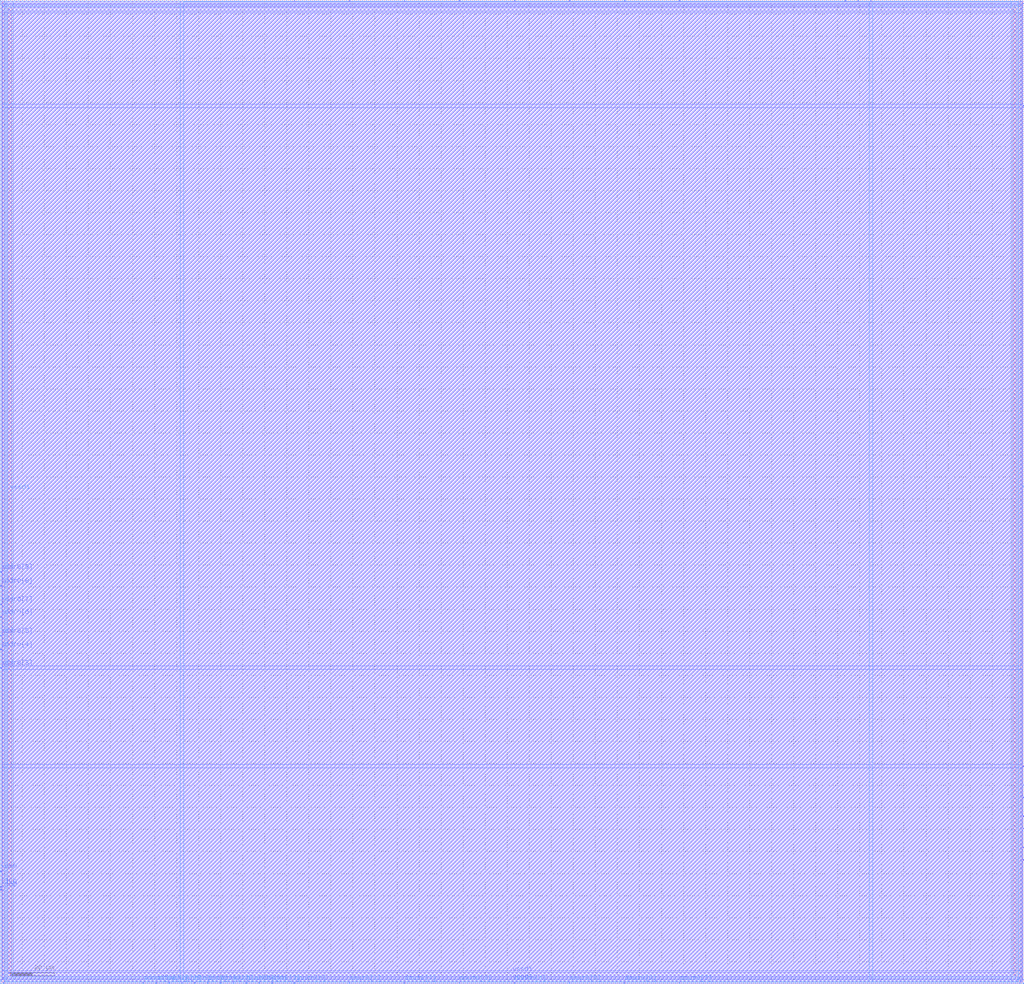
<source format=lef>
VERSION 5.4 ;
NAMESCASESENSITIVE ON ;
BUSBITCHARS "[]" ;
DIVIDERCHAR "/" ;
UNITS
  DATABASE MICRONS 2000 ;
END UNITS
MACRO sky130_16x2
   CLASS BLOCK ;
   SIZE 464.48 BY 446.65 ;
   SYMMETRY X Y R90 ;
   PIN din0[0]
      DIRECTION INPUT ;
      PORT
         LAYER met4 ;
         RECT  82.28 0.0 82.66 0.38 ;
      END
   END din0[0]
   PIN din0[1]
      DIRECTION INPUT ;
      PORT
         LAYER met4 ;
         RECT  88.12 0.0 88.5 0.38 ;
      END
   END din0[1]
   PIN din0[2]
      DIRECTION INPUT ;
      PORT
         LAYER met4 ;
         RECT  93.96 0.0 94.34 0.38 ;
      END
   END din0[2]
   PIN din0[3]
      DIRECTION INPUT ;
      PORT
         LAYER met4 ;
         RECT  99.8 0.0 100.18 0.38 ;
      END
   END din0[3]
   PIN din0[4]
      DIRECTION INPUT ;
      PORT
         LAYER met4 ;
         RECT  105.64 0.0 106.02 0.38 ;
      END
   END din0[4]
   PIN din0[5]
      DIRECTION INPUT ;
      PORT
         LAYER met4 ;
         RECT  111.48 0.0 111.86 0.38 ;
      END
   END din0[5]
   PIN din0[6]
      DIRECTION INPUT ;
      PORT
         LAYER met4 ;
         RECT  117.32 0.0 117.7 0.38 ;
      END
   END din0[6]
   PIN din0[7]
      DIRECTION INPUT ;
      PORT
         LAYER met4 ;
         RECT  123.16 0.0 123.54 0.38 ;
      END
   END din0[7]
   PIN addr0[0]
      DIRECTION INPUT ;
      PORT
         LAYER met4 ;
         RECT  64.76 0.0 65.14 0.38 ;
      END
   END addr0[0]
   PIN addr0[1]
      DIRECTION INPUT ;
      PORT
         LAYER met4 ;
         RECT  70.6 0.0 70.98 0.38 ;
      END
   END addr0[1]
   PIN addr0[2]
      DIRECTION INPUT ;
      PORT
         LAYER met4 ;
         RECT  76.44 0.0 76.82 0.38 ;
      END
   END addr0[2]
   PIN addr0[3]
      DIRECTION INPUT ;
      PORT
         LAYER met3 ;
         RECT  0.0 143.185 0.38 143.565 ;
      END
   END addr0[3]
   PIN addr0[4]
      DIRECTION INPUT ;
      PORT
         LAYER met3 ;
         RECT  0.0 151.585 0.38 151.965 ;
      END
   END addr0[4]
   PIN addr0[5]
      DIRECTION INPUT ;
      PORT
         LAYER met3 ;
         RECT  0.0 157.79 0.38 158.17 ;
      END
   END addr0[5]
   PIN addr0[6]
      DIRECTION INPUT ;
      PORT
         LAYER met3 ;
         RECT  0.0 166.29 0.38 166.67 ;
      END
   END addr0[6]
   PIN addr0[7]
      DIRECTION INPUT ;
      PORT
         LAYER met3 ;
         RECT  0.0 171.93 0.38 172.31 ;
      END
   END addr0[7]
   PIN addr0[8]
      DIRECTION INPUT ;
      PORT
         LAYER met3 ;
         RECT  0.0 180.43 0.38 180.81 ;
      END
   END addr0[8]
   PIN addr0[9]
      DIRECTION INPUT ;
      PORT
         LAYER met3 ;
         RECT  0.0 186.675 0.38 187.055 ;
      END
   END addr0[9]
   PIN addr1[0]
      DIRECTION INPUT ;
      PORT
         LAYER met4 ;
         RECT  394.88 446.27 395.26 446.65 ;
      END
   END addr1[0]
   PIN addr1[1]
      DIRECTION INPUT ;
      PORT
         LAYER met4 ;
         RECT  389.04 446.27 389.42 446.65 ;
      END
   END addr1[1]
   PIN addr1[2]
      DIRECTION INPUT ;
      PORT
         LAYER met4 ;
         RECT  383.2 446.27 383.58 446.65 ;
      END
   END addr1[2]
   PIN addr1[3]
      DIRECTION INPUT ;
      PORT
         LAYER met3 ;
         RECT  464.1 98.51 464.48 98.89 ;
      END
   END addr1[3]
   PIN addr1[4]
      DIRECTION INPUT ;
      PORT
         LAYER met3 ;
         RECT  464.1 90.01 464.48 90.39 ;
      END
   END addr1[4]
   PIN addr1[5]
      DIRECTION INPUT ;
      PORT
         LAYER met3 ;
         RECT  464.1 84.37 464.48 84.75 ;
      END
   END addr1[5]
   PIN addr1[6]
      DIRECTION INPUT ;
      PORT
         LAYER met3 ;
         RECT  464.1 75.87 464.48 76.25 ;
      END
   END addr1[6]
   PIN addr1[7]
      DIRECTION INPUT ;
      PORT
         LAYER met3 ;
         RECT  464.1 70.23 464.48 70.61 ;
      END
   END addr1[7]
   PIN addr1[8]
      DIRECTION INPUT ;
      PORT
         LAYER met3 ;
         RECT  464.1 61.73 464.48 62.11 ;
      END
   END addr1[8]
   PIN addr1[9]
      DIRECTION INPUT ;
      PORT
         LAYER met3 ;
         RECT  464.1 56.09 464.48 56.47 ;
      END
   END addr1[9]
   PIN csb0
      DIRECTION INPUT ;
      PORT
         LAYER met3 ;
         RECT  0.0 42.385 0.38 42.765 ;
      END
   END csb0
   PIN csb1
      DIRECTION INPUT ;
      PORT
         LAYER met3 ;
         RECT  464.1 398.3 464.48 398.68 ;
      END
   END csb1
   PIN web0
      DIRECTION INPUT ;
      PORT
         LAYER met3 ;
         RECT  0.0 50.785 0.38 51.165 ;
      END
   END web0
   PIN clk0
      DIRECTION INPUT ;
      PORT
         LAYER met3 ;
         RECT  0.0 43.875 0.38 44.255 ;
      END
   END clk0
   PIN clk1
      DIRECTION INPUT ;
      PORT
         LAYER met3 ;
         RECT  464.1 397.555 464.48 397.935 ;
      END
   END clk1
   PIN dout0[0]
      DIRECTION OUTPUT ;
      PORT
         LAYER met4 ;
         RECT  133.265 0.0 133.645 0.38 ;
      END
   END dout0[0]
   PIN dout0[1]
      DIRECTION OUTPUT ;
      PORT
         LAYER met4 ;
         RECT  158.225 0.0 158.605 0.38 ;
      END
   END dout0[1]
   PIN dout0[2]
      DIRECTION OUTPUT ;
      PORT
         LAYER met4 ;
         RECT  183.185 0.0 183.565 0.38 ;
      END
   END dout0[2]
   PIN dout0[3]
      DIRECTION OUTPUT ;
      PORT
         LAYER met4 ;
         RECT  208.145 0.0 208.525 0.38 ;
      END
   END dout0[3]
   PIN dout0[4]
      DIRECTION OUTPUT ;
      PORT
         LAYER met4 ;
         RECT  233.105 0.0 233.485 0.38 ;
      END
   END dout0[4]
   PIN dout0[5]
      DIRECTION OUTPUT ;
      PORT
         LAYER met4 ;
         RECT  258.065 0.0 258.445 0.38 ;
      END
   END dout0[5]
   PIN dout0[6]
      DIRECTION OUTPUT ;
      PORT
         LAYER met4 ;
         RECT  283.025 0.0 283.405 0.38 ;
      END
   END dout0[6]
   PIN dout0[7]
      DIRECTION OUTPUT ;
      PORT
         LAYER met4 ;
         RECT  307.985 0.0 308.365 0.38 ;
      END
   END dout0[7]
   PIN dout1[0]
      DIRECTION OUTPUT ;
      PORT
         LAYER met4 ;
         RECT  133.325 446.27 133.705 446.65 ;
      END
   END dout1[0]
   PIN dout1[1]
      DIRECTION OUTPUT ;
      PORT
         LAYER met4 ;
         RECT  158.285 446.27 158.665 446.65 ;
      END
   END dout1[1]
   PIN dout1[2]
      DIRECTION OUTPUT ;
      PORT
         LAYER met4 ;
         RECT  183.245 446.27 183.625 446.65 ;
      END
   END dout1[2]
   PIN dout1[3]
      DIRECTION OUTPUT ;
      PORT
         LAYER met4 ;
         RECT  208.205 446.27 208.585 446.65 ;
      END
   END dout1[3]
   PIN dout1[4]
      DIRECTION OUTPUT ;
      PORT
         LAYER met4 ;
         RECT  233.165 446.27 233.545 446.65 ;
      END
   END dout1[4]
   PIN dout1[5]
      DIRECTION OUTPUT ;
      PORT
         LAYER met4 ;
         RECT  258.125 446.27 258.505 446.65 ;
      END
   END dout1[5]
   PIN dout1[6]
      DIRECTION OUTPUT ;
      PORT
         LAYER met4 ;
         RECT  283.085 446.27 283.465 446.65 ;
      END
   END dout1[6]
   PIN dout1[7]
      DIRECTION OUTPUT ;
      PORT
         LAYER met4 ;
         RECT  308.045 446.27 308.425 446.65 ;
      END
   END dout1[7]
   PIN vccd1
      DIRECTION INOUT ;
      USE POWER ; 
      SHAPE ABUTMENT ; 
      PORT
         LAYER met4 ;
         RECT  0.0 0.0 1.74 446.65 ;
         LAYER met4 ;
         RECT  462.74 0.0 464.48 446.65 ;
         LAYER met3 ;
         RECT  0.0 444.91 464.48 446.65 ;
         LAYER met3 ;
         RECT  0.0 0.0 464.48 1.74 ;
      END
   END vccd1
   PIN vssd1
      DIRECTION INOUT ;
      USE GROUND ; 
      SHAPE ABUTMENT ; 
      PORT
         LAYER met3 ;
         RECT  3.48 441.43 461.0 443.17 ;
         LAYER met4 ;
         RECT  459.26 3.48 461.0 443.17 ;
         LAYER met3 ;
         RECT  3.48 3.48 461.0 5.22 ;
         LAYER met4 ;
         RECT  3.48 3.48 5.22 443.17 ;
      END
   END vssd1
   OBS
   LAYER  met1 ;
      RECT  0.62 0.62 463.86 446.03 ;
   LAYER  met2 ;
      RECT  0.62 0.62 463.86 446.03 ;
   LAYER  met3 ;
      RECT  0.98 142.585 463.86 144.165 ;
      RECT  0.62 144.165 0.98 150.985 ;
      RECT  0.62 152.565 0.98 157.19 ;
      RECT  0.62 158.77 0.98 165.69 ;
      RECT  0.62 167.27 0.98 171.33 ;
      RECT  0.62 172.91 0.98 179.83 ;
      RECT  0.62 181.41 0.98 186.075 ;
      RECT  0.98 97.91 463.5 99.49 ;
      RECT  0.98 99.49 463.5 142.585 ;
      RECT  463.5 99.49 463.86 142.585 ;
      RECT  463.5 90.99 463.86 97.91 ;
      RECT  463.5 85.35 463.86 89.41 ;
      RECT  463.5 76.85 463.86 83.77 ;
      RECT  463.5 71.21 463.86 75.27 ;
      RECT  463.5 62.71 463.86 69.63 ;
      RECT  463.5 57.07 463.86 61.13 ;
      RECT  0.98 144.165 463.5 397.7 ;
      RECT  0.98 397.7 463.5 399.28 ;
      RECT  0.62 51.765 0.98 142.585 ;
      RECT  0.62 44.855 0.98 50.185 ;
      RECT  463.5 144.165 463.86 396.955 ;
      RECT  0.62 187.655 0.98 444.31 ;
      RECT  463.5 399.28 463.86 444.31 ;
      RECT  463.5 2.34 463.86 55.49 ;
      RECT  0.62 2.34 0.98 41.785 ;
      RECT  0.98 399.28 2.88 440.83 ;
      RECT  0.98 440.83 2.88 443.77 ;
      RECT  0.98 443.77 2.88 444.31 ;
      RECT  2.88 399.28 461.6 440.83 ;
      RECT  2.88 443.77 461.6 444.31 ;
      RECT  461.6 399.28 463.5 440.83 ;
      RECT  461.6 440.83 463.5 443.77 ;
      RECT  461.6 443.77 463.5 444.31 ;
      RECT  0.98 2.34 2.88 2.88 ;
      RECT  0.98 2.88 2.88 5.82 ;
      RECT  0.98 5.82 2.88 97.91 ;
      RECT  2.88 2.34 461.6 2.88 ;
      RECT  2.88 5.82 461.6 97.91 ;
      RECT  461.6 2.34 463.5 2.88 ;
      RECT  461.6 2.88 463.5 5.82 ;
      RECT  461.6 5.82 463.5 97.91 ;
   LAYER  met4 ;
      RECT  81.68 0.98 83.26 446.03 ;
      RECT  83.26 0.62 87.52 0.98 ;
      RECT  89.1 0.62 93.36 0.98 ;
      RECT  94.94 0.62 99.2 0.98 ;
      RECT  100.78 0.62 105.04 0.98 ;
      RECT  106.62 0.62 110.88 0.98 ;
      RECT  112.46 0.62 116.72 0.98 ;
      RECT  118.3 0.62 122.56 0.98 ;
      RECT  65.74 0.62 70.0 0.98 ;
      RECT  71.58 0.62 75.84 0.98 ;
      RECT  77.42 0.62 81.68 0.98 ;
      RECT  83.26 0.98 394.28 445.67 ;
      RECT  394.28 0.98 395.86 445.67 ;
      RECT  390.02 445.67 394.28 446.03 ;
      RECT  384.18 445.67 388.44 446.03 ;
      RECT  124.14 0.62 132.665 0.98 ;
      RECT  134.245 0.62 157.625 0.98 ;
      RECT  159.205 0.62 182.585 0.98 ;
      RECT  184.165 0.62 207.545 0.98 ;
      RECT  209.125 0.62 232.505 0.98 ;
      RECT  234.085 0.62 257.465 0.98 ;
      RECT  259.045 0.62 282.425 0.98 ;
      RECT  284.005 0.62 307.385 0.98 ;
      RECT  83.26 445.67 132.725 446.03 ;
      RECT  134.305 445.67 157.685 446.03 ;
      RECT  159.265 445.67 182.645 446.03 ;
      RECT  184.225 445.67 207.605 446.03 ;
      RECT  209.185 445.67 232.565 446.03 ;
      RECT  234.145 445.67 257.525 446.03 ;
      RECT  259.105 445.67 282.485 446.03 ;
      RECT  284.065 445.67 307.445 446.03 ;
      RECT  309.025 445.67 382.6 446.03 ;
      RECT  2.34 0.62 64.16 0.98 ;
      RECT  395.86 445.67 462.14 446.03 ;
      RECT  308.965 0.62 462.14 0.98 ;
      RECT  395.86 0.98 458.66 2.88 ;
      RECT  395.86 2.88 458.66 443.77 ;
      RECT  395.86 443.77 458.66 445.67 ;
      RECT  458.66 0.98 461.6 2.88 ;
      RECT  458.66 443.77 461.6 445.67 ;
      RECT  461.6 0.98 462.14 2.88 ;
      RECT  461.6 2.88 462.14 443.77 ;
      RECT  461.6 443.77 462.14 445.67 ;
      RECT  2.34 0.98 2.88 2.88 ;
      RECT  2.34 2.88 2.88 443.77 ;
      RECT  2.34 443.77 2.88 446.03 ;
      RECT  2.88 0.98 5.82 2.88 ;
      RECT  2.88 443.77 5.82 446.03 ;
      RECT  5.82 0.98 81.68 2.88 ;
      RECT  5.82 2.88 81.68 443.77 ;
      RECT  5.82 443.77 81.68 446.03 ;
   END
END    sky130_16x2
END    LIBRARY

</source>
